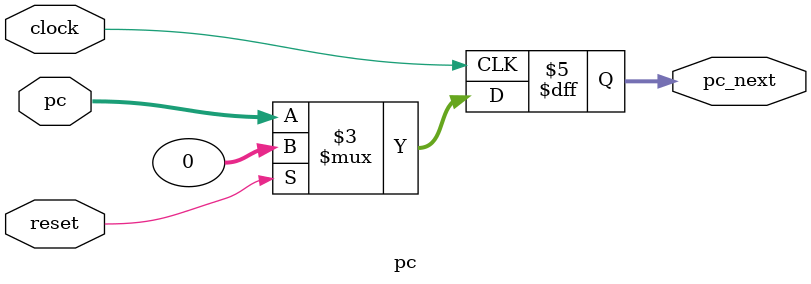
<source format=sv>
module pc (
    input logic clock,reset,
    input logic [31:0] pc,
    output logic [31:0] pc_next
    
);
always_ff @( posedge clock ) begin
    
    if (reset) begin
        pc_next<=32'b0;
        
    end
    else begin
        pc_next<=pc;

    end  
end
endmodule
</source>
